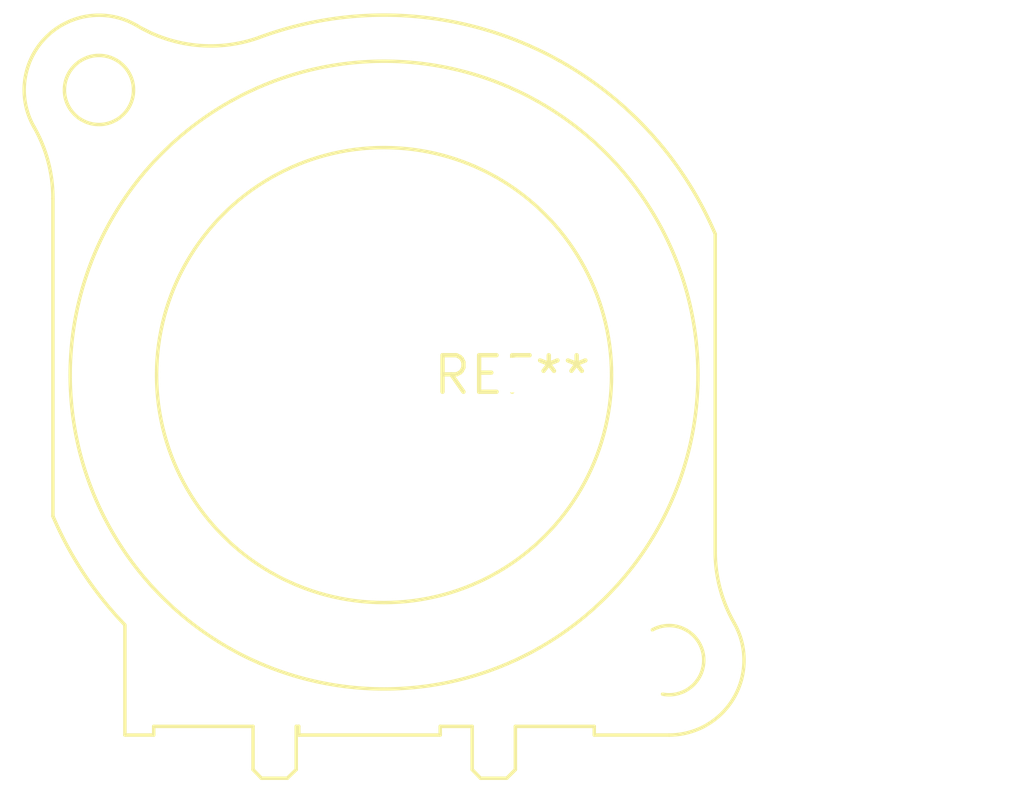
<source format=kicad_pcb>
(kicad_pcb (version 20240108) (generator pcbnew)
  (layers (0 "F.Cu" signal) (31 "B.Cu" signal) (34 "B.Paste" user) (35 "F.Paste" user) (36 "B.SilkS" user "B.Silkscreen") (37 "F.SilkS" user "F.Silkscreen") (38 "B.Mask" user) (39 "F.Mask" user) (44 "Edge.Cuts" user))
  (net 0 "")
  (footprint "Jack_XLR_Neutrik_NC4FAV-0_Vertical" (layer "F.Cu") (at 0 0)
    (property "Reference" "REF**")
    (property "Value" "Jack_XLR_Neutrik_NC4FAV-0_Vertical")
    (fp_line (start -15.95 -6.13) (end -15.95 4.9) (layer "F.SilkS") (stroke (width 0.12)))
    (fp_line (start -13.45 8.68) (end -13.45 12.5) (layer "F.SilkS") (stroke (width 0.12)))
    (fp_line (start -12.45 12.2) (end -12.45 12.5) (layer "F.SilkS") (stroke (width 0.12)))
    (fp_line (start -12.45 12.5) (end -13.45 12.5) (layer "F.SilkS") (stroke (width 0.12)))
    (fp_line (start -9 12.2) (end -12.45 12.2) (layer "F.SilkS") (stroke (width 0.12)))
    (fp_line (start -9 12.2) (end -9 13.7) (layer "F.SilkS") (stroke (width 0.12)))
    (fp_line (start -9 13.7) (end -8.71 14) (layer "F.SilkS") (stroke (width 0.12)))
    (fp_line (start -8.71 14) (end -7.81 14) (layer "F.SilkS") (stroke (width 0.12)))
    (fp_line (start -7.5 12.2) (end -7.5 13.7) (layer "F.SilkS") (stroke (width 0.12)))
    (fp_line (start -7.5 13.7) (end -7.81 14) (layer "F.SilkS") (stroke (width 0.12)))
    (fp_line (start -7.41 12.2) (end -7.5 12.2) (layer "F.SilkS") (stroke (width 0.12)))
    (fp_line (start -7.41 12.2) (end -7.41 12.5) (layer "F.SilkS") (stroke (width 0.12)))
    (fp_line (start -2.5 12.2) (end -2.5 12.5) (layer "F.SilkS") (stroke (width 0.12)))
    (fp_line (start -2.5 12.2) (end -1.39 12.2) (layer "F.SilkS") (stroke (width 0.12)))
    (fp_line (start -2.5 12.5) (end -7.41 12.5) (layer "F.SilkS") (stroke (width 0.12)))
    (fp_line (start -1.39 12.2) (end -1.39 13.7) (layer "F.SilkS") (stroke (width 0.12)))
    (fp_line (start -1.39 13.7) (end -1.1 14) (layer "F.SilkS") (stroke (width 0.12)))
    (fp_line (start -1.1 14) (end -0.19 14) (layer "F.SilkS") (stroke (width 0.12)))
    (fp_line (start 0.11 12.2) (end 0.11 13.7) (layer "F.SilkS") (stroke (width 0.12)))
    (fp_line (start 0.11 12.2) (end 2.85 12.2) (layer "F.SilkS") (stroke (width 0.12)))
    (fp_line (start 0.11 13.7) (end -0.19 14) (layer "F.SilkS") (stroke (width 0.12)))
    (fp_line (start 2.85 12.2) (end 2.85 12.5) (layer "F.SilkS") (stroke (width 0.12)))
    (fp_line (start 5.45 12.5) (end 2.85 12.5) (layer "F.SilkS") (stroke (width 0.12)))
    (fp_line (start 7.05 6.13) (end 7.05 -4.9) (layer "F.SilkS") (stroke (width 0.12)))
    (fp_arc (start -16.605678 -8.61403) (mid -16.167892 -11.753934) (end -13.02 -12.13) (layer "F.SilkS") (stroke (width 0.12)))
    (fp_arc (start -16.601888 -8.608607) (mid -16.114437 -7.411781) (end -15.95 -6.13) (layer "F.SilkS") (stroke (width 0.12)))
    (fp_arc (start -13.460471 8.664376) (mid -14.876528 6.89547) (end -15.95 4.9) (layer "F.SilkS") (stroke (width 0.12)))
    (fp_arc (start -8.782378 -11.725634) (mid 0.49884 -11.479067) (end 7.05 -4.9) (layer "F.SilkS") (stroke (width 0.12)))
    (fp_arc (start -8.765808 -11.730188) (mid -10.937772 -11.452682) (end -13.02 -12.13) (layer "F.SilkS") (stroke (width 0.12)))
    (fp_arc (start 4.867701 8.848226) (mid 6.637502 9.712546) (end 5.22 11.08) (layer "F.SilkS") (stroke (width 0.12)))
    (fp_arc (start 7.706842 8.607293) (mid 7.216999 7.411447) (end 7.05 6.13) (layer "F.SilkS") (stroke (width 0.12)))
    (fp_arc (start 7.708442 8.611807) (mid 7.698255 11.20589) (end 5.45 12.5) (layer "F.SilkS") (stroke (width 0.12)))
    (fp_circle (center -14.35 -9.9) (end -13.15 -9.9) (layer "F.SilkS") (stroke (width 0.12)) (fill none))
    (fp_circle (center -4.45 0) (end 3.45 0) (layer "F.SilkS") (stroke (width 0.12)) (fill none))
    (fp_circle (center -4.45 0) (end 6.45 0) (layer "F.SilkS") (stroke (width 0.12)) (fill none))
    (pad "1" thru_hole circle (at 0 0) (size 2.9 2.9) (drill 1.2) (layers *.Cu *.Mask) (remove_unused_layers))
    (pad "2" thru_hole circle (at -1.91 3.81) (size 2.9 2.9) (drill 1.2) (layers *.Cu *.Mask) (remove_unused_layers))
    (pad "3" thru_hole circle (at -6.355 2.54) (size 3.4 3.4) (drill 1.6) (layers *.Cu *.Mask) (remove_unused_layers))
    (pad "4" thru_hole circle (at -8.9 -1.27) (size 2.9 2.9) (drill 1.2) (layers *.Cu *.Mask) (remove_unused_layers))
    (pad "G" thru_hole circle (at 3.805 10.16) (size 2.9 2.9) (drill 1.2) (layers *.Cu *.Mask) (remove_unused_layers))
  )
)
</source>
